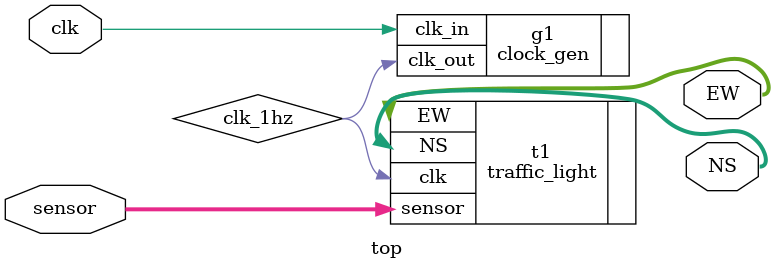
<source format=v>
`timescale 1ns / 1ps


module top
    (
        input       clk,
        input       [1:0] sensor,
        output      [2:0] NS,
        output      [2:0] EW
    );

    wire clk_1hz;

    clock_gen g1 
    (
        .clk_in(clk),
        .clk_out(clk_1hz)
    );

    traffic_light t1
    (
        .clk(clk_1hz),
        .sensor(sensor),
        .NS(NS),
        .EW(EW)
    );

endmodule

</source>
